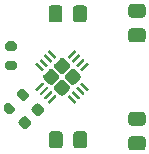
<source format=gbr>
%TF.GenerationSoftware,KiCad,Pcbnew,(5.1.10)-1*%
%TF.CreationDate,2021-07-26T18:41:30-05:00*%
%TF.ProjectId,LDC1314-Breakout,4c444331-3331-4342-9d42-7265616b6f75,rev?*%
%TF.SameCoordinates,Original*%
%TF.FileFunction,Paste,Top*%
%TF.FilePolarity,Positive*%
%FSLAX46Y46*%
G04 Gerber Fmt 4.6, Leading zero omitted, Abs format (unit mm)*
G04 Created by KiCad (PCBNEW (5.1.10)-1) date 2021-07-26 18:41:30*
%MOMM*%
%LPD*%
G01*
G04 APERTURE LIST*
G04 APERTURE END LIST*
%TO.C,R2*%
G36*
G01*
X159237000Y-114217000D02*
X159787000Y-114217000D01*
G75*
G02*
X159987000Y-114417000I0J-200000D01*
G01*
X159987000Y-114817000D01*
G75*
G02*
X159787000Y-115017000I-200000J0D01*
G01*
X159237000Y-115017000D01*
G75*
G02*
X159037000Y-114817000I0J200000D01*
G01*
X159037000Y-114417000D01*
G75*
G02*
X159237000Y-114217000I200000J0D01*
G01*
G37*
G36*
G01*
X159237000Y-112567000D02*
X159787000Y-112567000D01*
G75*
G02*
X159987000Y-112767000I0J-200000D01*
G01*
X159987000Y-113167000D01*
G75*
G02*
X159787000Y-113367000I-200000J0D01*
G01*
X159237000Y-113367000D01*
G75*
G02*
X159037000Y-113167000I0J200000D01*
G01*
X159037000Y-112767000D01*
G75*
G02*
X159237000Y-112567000I200000J0D01*
G01*
G37*
%TD*%
%TO.C,U1*%
G36*
G01*
X163207746Y-116312462D02*
X163653223Y-115866985D01*
G75*
G02*
X164006777Y-115866985I176777J-176777D01*
G01*
X164452254Y-116312462D01*
G75*
G02*
X164452254Y-116666016I-176777J-176777D01*
G01*
X164006777Y-117111493D01*
G75*
G02*
X163653223Y-117111493I-176777J176777D01*
G01*
X163207746Y-116666016D01*
G75*
G02*
X163207746Y-116312462I176777J176777D01*
G01*
G37*
G36*
G01*
X164126985Y-115393223D02*
X164572462Y-114947746D01*
G75*
G02*
X164926016Y-114947746I176777J-176777D01*
G01*
X165371493Y-115393223D01*
G75*
G02*
X165371493Y-115746777I-176777J-176777D01*
G01*
X164926016Y-116192254D01*
G75*
G02*
X164572462Y-116192254I-176777J176777D01*
G01*
X164126985Y-115746777D01*
G75*
G02*
X164126985Y-115393223I176777J176777D01*
G01*
G37*
G36*
G01*
X162288507Y-115393223D02*
X162733984Y-114947746D01*
G75*
G02*
X163087538Y-114947746I176777J-176777D01*
G01*
X163533015Y-115393223D01*
G75*
G02*
X163533015Y-115746777I-176777J-176777D01*
G01*
X163087538Y-116192254D01*
G75*
G02*
X162733984Y-116192254I-176777J176777D01*
G01*
X162288507Y-115746777D01*
G75*
G02*
X162288507Y-115393223I176777J176777D01*
G01*
G37*
G36*
G01*
X163207746Y-114473984D02*
X163653223Y-114028507D01*
G75*
G02*
X164006777Y-114028507I176777J-176777D01*
G01*
X164452254Y-114473984D01*
G75*
G02*
X164452254Y-114827538I-176777J-176777D01*
G01*
X164006777Y-115273015D01*
G75*
G02*
X163653223Y-115273015I-176777J176777D01*
G01*
X163207746Y-114827538D01*
G75*
G02*
X163207746Y-114473984I176777J176777D01*
G01*
G37*
G36*
G01*
X164316136Y-113846428D02*
X164846466Y-113316098D01*
G75*
G02*
X164934854Y-113316098I44194J-44194D01*
G01*
X165023242Y-113404486D01*
G75*
G02*
X165023242Y-113492874I-44194J-44194D01*
G01*
X164492912Y-114023204D01*
G75*
G02*
X164404524Y-114023204I-44194J44194D01*
G01*
X164316136Y-113934816D01*
G75*
G02*
X164316136Y-113846428I44194J44194D01*
G01*
G37*
G36*
G01*
X164669690Y-114199981D02*
X165200020Y-113669651D01*
G75*
G02*
X165288408Y-113669651I44194J-44194D01*
G01*
X165376796Y-113758039D01*
G75*
G02*
X165376796Y-113846427I-44194J-44194D01*
G01*
X164846466Y-114376757D01*
G75*
G02*
X164758078Y-114376757I-44194J44194D01*
G01*
X164669690Y-114288369D01*
G75*
G02*
X164669690Y-114199981I44194J44194D01*
G01*
G37*
G36*
G01*
X165023243Y-114553534D02*
X165553573Y-114023204D01*
G75*
G02*
X165641961Y-114023204I44194J-44194D01*
G01*
X165730349Y-114111592D01*
G75*
G02*
X165730349Y-114199980I-44194J-44194D01*
G01*
X165200019Y-114730310D01*
G75*
G02*
X165111631Y-114730310I-44194J44194D01*
G01*
X165023243Y-114641922D01*
G75*
G02*
X165023243Y-114553534I44194J44194D01*
G01*
G37*
G36*
G01*
X165376796Y-114907088D02*
X165907126Y-114376758D01*
G75*
G02*
X165995514Y-114376758I44194J-44194D01*
G01*
X166083902Y-114465146D01*
G75*
G02*
X166083902Y-114553534I-44194J-44194D01*
G01*
X165553572Y-115083864D01*
G75*
G02*
X165465184Y-115083864I-44194J44194D01*
G01*
X165376796Y-114995476D01*
G75*
G02*
X165376796Y-114907088I44194J44194D01*
G01*
G37*
G36*
G01*
X165376796Y-116144524D02*
X165465184Y-116056136D01*
G75*
G02*
X165553572Y-116056136I44194J-44194D01*
G01*
X166083902Y-116586466D01*
G75*
G02*
X166083902Y-116674854I-44194J-44194D01*
G01*
X165995514Y-116763242D01*
G75*
G02*
X165907126Y-116763242I-44194J44194D01*
G01*
X165376796Y-116232912D01*
G75*
G02*
X165376796Y-116144524I44194J44194D01*
G01*
G37*
G36*
G01*
X165023243Y-116498078D02*
X165111631Y-116409690D01*
G75*
G02*
X165200019Y-116409690I44194J-44194D01*
G01*
X165730349Y-116940020D01*
G75*
G02*
X165730349Y-117028408I-44194J-44194D01*
G01*
X165641961Y-117116796D01*
G75*
G02*
X165553573Y-117116796I-44194J44194D01*
G01*
X165023243Y-116586466D01*
G75*
G02*
X165023243Y-116498078I44194J44194D01*
G01*
G37*
G36*
G01*
X164669690Y-116851631D02*
X164758078Y-116763243D01*
G75*
G02*
X164846466Y-116763243I44194J-44194D01*
G01*
X165376796Y-117293573D01*
G75*
G02*
X165376796Y-117381961I-44194J-44194D01*
G01*
X165288408Y-117470349D01*
G75*
G02*
X165200020Y-117470349I-44194J44194D01*
G01*
X164669690Y-116940019D01*
G75*
G02*
X164669690Y-116851631I44194J44194D01*
G01*
G37*
G36*
G01*
X164316136Y-117205184D02*
X164404524Y-117116796D01*
G75*
G02*
X164492912Y-117116796I44194J-44194D01*
G01*
X165023242Y-117647126D01*
G75*
G02*
X165023242Y-117735514I-44194J-44194D01*
G01*
X164934854Y-117823902D01*
G75*
G02*
X164846466Y-117823902I-44194J44194D01*
G01*
X164316136Y-117293572D01*
G75*
G02*
X164316136Y-117205184I44194J44194D01*
G01*
G37*
G36*
G01*
X162636758Y-117647126D02*
X163167088Y-117116796D01*
G75*
G02*
X163255476Y-117116796I44194J-44194D01*
G01*
X163343864Y-117205184D01*
G75*
G02*
X163343864Y-117293572I-44194J-44194D01*
G01*
X162813534Y-117823902D01*
G75*
G02*
X162725146Y-117823902I-44194J44194D01*
G01*
X162636758Y-117735514D01*
G75*
G02*
X162636758Y-117647126I44194J44194D01*
G01*
G37*
G36*
G01*
X162283204Y-117293573D02*
X162813534Y-116763243D01*
G75*
G02*
X162901922Y-116763243I44194J-44194D01*
G01*
X162990310Y-116851631D01*
G75*
G02*
X162990310Y-116940019I-44194J-44194D01*
G01*
X162459980Y-117470349D01*
G75*
G02*
X162371592Y-117470349I-44194J44194D01*
G01*
X162283204Y-117381961D01*
G75*
G02*
X162283204Y-117293573I44194J44194D01*
G01*
G37*
G36*
G01*
X161929651Y-116940020D02*
X162459981Y-116409690D01*
G75*
G02*
X162548369Y-116409690I44194J-44194D01*
G01*
X162636757Y-116498078D01*
G75*
G02*
X162636757Y-116586466I-44194J-44194D01*
G01*
X162106427Y-117116796D01*
G75*
G02*
X162018039Y-117116796I-44194J44194D01*
G01*
X161929651Y-117028408D01*
G75*
G02*
X161929651Y-116940020I44194J44194D01*
G01*
G37*
G36*
G01*
X161576098Y-116586466D02*
X162106428Y-116056136D01*
G75*
G02*
X162194816Y-116056136I44194J-44194D01*
G01*
X162283204Y-116144524D01*
G75*
G02*
X162283204Y-116232912I-44194J-44194D01*
G01*
X161752874Y-116763242D01*
G75*
G02*
X161664486Y-116763242I-44194J44194D01*
G01*
X161576098Y-116674854D01*
G75*
G02*
X161576098Y-116586466I44194J44194D01*
G01*
G37*
G36*
G01*
X161576098Y-114465146D02*
X161664486Y-114376758D01*
G75*
G02*
X161752874Y-114376758I44194J-44194D01*
G01*
X162283204Y-114907088D01*
G75*
G02*
X162283204Y-114995476I-44194J-44194D01*
G01*
X162194816Y-115083864D01*
G75*
G02*
X162106428Y-115083864I-44194J44194D01*
G01*
X161576098Y-114553534D01*
G75*
G02*
X161576098Y-114465146I44194J44194D01*
G01*
G37*
G36*
G01*
X161929651Y-114111592D02*
X162018039Y-114023204D01*
G75*
G02*
X162106427Y-114023204I44194J-44194D01*
G01*
X162636757Y-114553534D01*
G75*
G02*
X162636757Y-114641922I-44194J-44194D01*
G01*
X162548369Y-114730310D01*
G75*
G02*
X162459981Y-114730310I-44194J44194D01*
G01*
X161929651Y-114199980D01*
G75*
G02*
X161929651Y-114111592I44194J44194D01*
G01*
G37*
G36*
G01*
X162283204Y-113758039D02*
X162371592Y-113669651D01*
G75*
G02*
X162459980Y-113669651I44194J-44194D01*
G01*
X162990310Y-114199981D01*
G75*
G02*
X162990310Y-114288369I-44194J-44194D01*
G01*
X162901922Y-114376757D01*
G75*
G02*
X162813534Y-114376757I-44194J44194D01*
G01*
X162283204Y-113846427D01*
G75*
G02*
X162283204Y-113758039I44194J44194D01*
G01*
G37*
G36*
G01*
X162636758Y-113404486D02*
X162725146Y-113316098D01*
G75*
G02*
X162813534Y-113316098I44194J-44194D01*
G01*
X163343864Y-113846428D01*
G75*
G02*
X163343864Y-113934816I-44194J-44194D01*
G01*
X163255476Y-114023204D01*
G75*
G02*
X163167088Y-114023204I-44194J44194D01*
G01*
X162636758Y-113492874D01*
G75*
G02*
X162636758Y-113404486I44194J44194D01*
G01*
G37*
%TD*%
%TO.C,R1*%
G36*
G01*
X159449662Y-117783429D02*
X159838571Y-118172338D01*
G75*
G02*
X159838571Y-118455180I-141421J-141421D01*
G01*
X159555728Y-118738023D01*
G75*
G02*
X159272886Y-118738023I-141421J141421D01*
G01*
X158883977Y-118349114D01*
G75*
G02*
X158883977Y-118066272I141421J141421D01*
G01*
X159166820Y-117783429D01*
G75*
G02*
X159449662Y-117783429I141421J-141421D01*
G01*
G37*
G36*
G01*
X160616388Y-116616703D02*
X161005297Y-117005612D01*
G75*
G02*
X161005297Y-117288454I-141421J-141421D01*
G01*
X160722454Y-117571297D01*
G75*
G02*
X160439612Y-117571297I-141421J141421D01*
G01*
X160050703Y-117182388D01*
G75*
G02*
X160050703Y-116899546I141421J141421D01*
G01*
X160333546Y-116616703D01*
G75*
G02*
X160616388Y-116616703I141421J-141421D01*
G01*
G37*
%TD*%
%TO.C,C5*%
G36*
G01*
X160843405Y-118965041D02*
X161196959Y-119318595D01*
G75*
G02*
X161196959Y-119636793I-159099J-159099D01*
G01*
X160878761Y-119954991D01*
G75*
G02*
X160560563Y-119954991I-159099J159099D01*
G01*
X160207009Y-119601437D01*
G75*
G02*
X160207009Y-119283239I159099J159099D01*
G01*
X160525207Y-118965041D01*
G75*
G02*
X160843405Y-118965041I159099J-159099D01*
G01*
G37*
G36*
G01*
X161939421Y-117869025D02*
X162292975Y-118222579D01*
G75*
G02*
X162292975Y-118540777I-159099J-159099D01*
G01*
X161974777Y-118858975D01*
G75*
G02*
X161656579Y-118858975I-159099J159099D01*
G01*
X161303025Y-118505421D01*
G75*
G02*
X161303025Y-118187223I159099J159099D01*
G01*
X161621223Y-117869025D01*
G75*
G02*
X161939421Y-117869025I159099J-159099D01*
G01*
G37*
%TD*%
%TO.C,C4*%
G36*
G01*
X163866500Y-109761000D02*
X163866500Y-110711000D01*
G75*
G02*
X163616500Y-110961000I-250000J0D01*
G01*
X162941500Y-110961000D01*
G75*
G02*
X162691500Y-110711000I0J250000D01*
G01*
X162691500Y-109761000D01*
G75*
G02*
X162941500Y-109511000I250000J0D01*
G01*
X163616500Y-109511000D01*
G75*
G02*
X163866500Y-109761000I0J-250000D01*
G01*
G37*
G36*
G01*
X165941500Y-109761000D02*
X165941500Y-110711000D01*
G75*
G02*
X165691500Y-110961000I-250000J0D01*
G01*
X165016500Y-110961000D01*
G75*
G02*
X164766500Y-110711000I0J250000D01*
G01*
X164766500Y-109761000D01*
G75*
G02*
X165016500Y-109511000I250000J0D01*
G01*
X165691500Y-109511000D01*
G75*
G02*
X165941500Y-109761000I0J-250000D01*
G01*
G37*
%TD*%
%TO.C,C3*%
G36*
G01*
X170655000Y-110569500D02*
X169705000Y-110569500D01*
G75*
G02*
X169455000Y-110319500I0J250000D01*
G01*
X169455000Y-109644500D01*
G75*
G02*
X169705000Y-109394500I250000J0D01*
G01*
X170655000Y-109394500D01*
G75*
G02*
X170905000Y-109644500I0J-250000D01*
G01*
X170905000Y-110319500D01*
G75*
G02*
X170655000Y-110569500I-250000J0D01*
G01*
G37*
G36*
G01*
X170655000Y-112644500D02*
X169705000Y-112644500D01*
G75*
G02*
X169455000Y-112394500I0J250000D01*
G01*
X169455000Y-111719500D01*
G75*
G02*
X169705000Y-111469500I250000J0D01*
G01*
X170655000Y-111469500D01*
G75*
G02*
X170905000Y-111719500I0J-250000D01*
G01*
X170905000Y-112394500D01*
G75*
G02*
X170655000Y-112644500I-250000J0D01*
G01*
G37*
%TD*%
%TO.C,C2*%
G36*
G01*
X170655000Y-119713500D02*
X169705000Y-119713500D01*
G75*
G02*
X169455000Y-119463500I0J250000D01*
G01*
X169455000Y-118788500D01*
G75*
G02*
X169705000Y-118538500I250000J0D01*
G01*
X170655000Y-118538500D01*
G75*
G02*
X170905000Y-118788500I0J-250000D01*
G01*
X170905000Y-119463500D01*
G75*
G02*
X170655000Y-119713500I-250000J0D01*
G01*
G37*
G36*
G01*
X170655000Y-121788500D02*
X169705000Y-121788500D01*
G75*
G02*
X169455000Y-121538500I0J250000D01*
G01*
X169455000Y-120863500D01*
G75*
G02*
X169705000Y-120613500I250000J0D01*
G01*
X170655000Y-120613500D01*
G75*
G02*
X170905000Y-120863500I0J-250000D01*
G01*
X170905000Y-121538500D01*
G75*
G02*
X170655000Y-121788500I-250000J0D01*
G01*
G37*
%TD*%
%TO.C,C1*%
G36*
G01*
X164788000Y-121379000D02*
X164788000Y-120429000D01*
G75*
G02*
X165038000Y-120179000I250000J0D01*
G01*
X165713000Y-120179000D01*
G75*
G02*
X165963000Y-120429000I0J-250000D01*
G01*
X165963000Y-121379000D01*
G75*
G02*
X165713000Y-121629000I-250000J0D01*
G01*
X165038000Y-121629000D01*
G75*
G02*
X164788000Y-121379000I0J250000D01*
G01*
G37*
G36*
G01*
X162713000Y-121379000D02*
X162713000Y-120429000D01*
G75*
G02*
X162963000Y-120179000I250000J0D01*
G01*
X163638000Y-120179000D01*
G75*
G02*
X163888000Y-120429000I0J-250000D01*
G01*
X163888000Y-121379000D01*
G75*
G02*
X163638000Y-121629000I-250000J0D01*
G01*
X162963000Y-121629000D01*
G75*
G02*
X162713000Y-121379000I0J250000D01*
G01*
G37*
%TD*%
M02*

</source>
